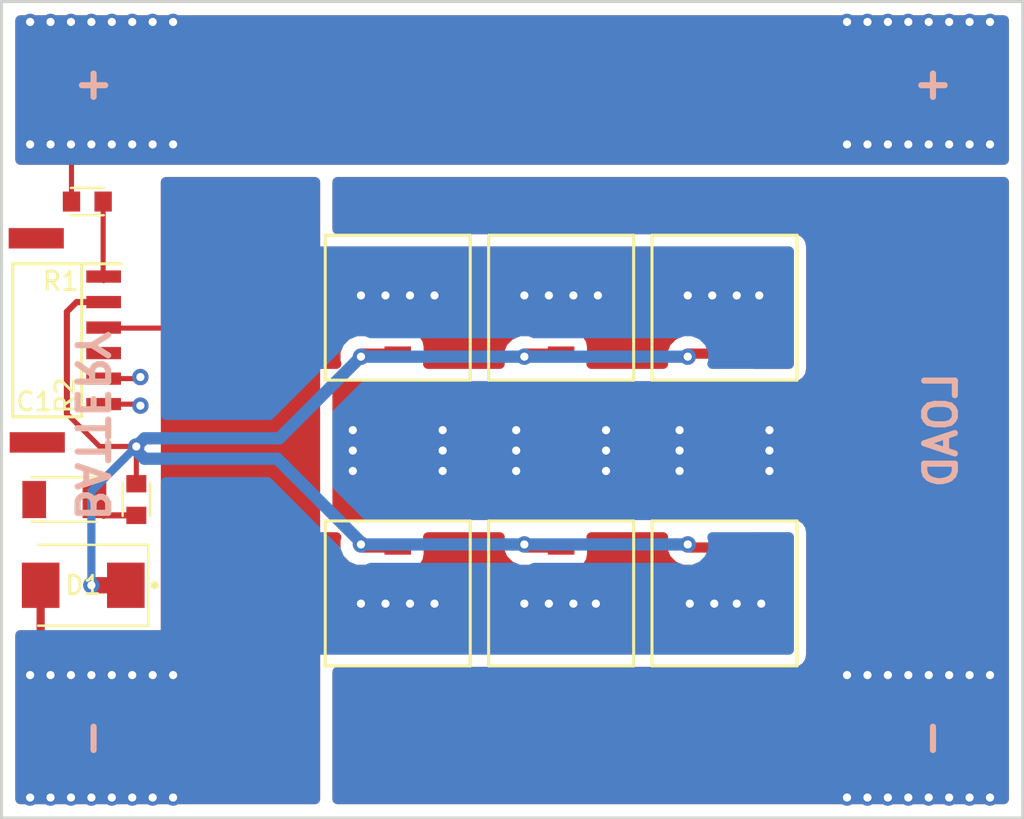
<source format=kicad_pcb>
(kicad_pcb (version 20170920) (host pcbnew no-vcs-found)

  (general
    (thickness 1.6)
    (drawings 17)
    (tracks 173)
    (zones 0)
    (modules 15)
    (nets 10)
  )

  (page A4)
  (title_block
    (title Antispark-circuit)
    (date 2017-09-28)
    (rev 1.0)
    (company "Scott Rapson")
    (comment 1 "Ensure heatsinks are installed on directFET packages")
    (comment 2 "Heatshrink or box for safety against contact shorts")
  )

  (layers
    (0 F.Cu signal)
    (31 B.Cu signal)
    (34 B.Paste user)
    (35 F.Paste user)
    (36 B.SilkS user)
    (37 F.SilkS user)
    (38 B.Mask user)
    (39 F.Mask user)
    (40 Dwgs.User user)
    (41 Cmts.User user)
    (44 Edge.Cuts user)
    (45 Margin user)
    (46 B.CrtYd user)
    (47 F.CrtYd user)
    (48 B.Fab user)
    (49 F.Fab user)
  )

  (setup
    (last_trace_width 0.25)
    (trace_clearance 0.2)
    (zone_clearance 0.6)
    (zone_45_only no)
    (trace_min 0.2)
    (segment_width 0.2)
    (edge_width 0.15)
    (via_size 0.8)
    (via_drill 0.4)
    (via_min_size 0.4)
    (via_min_drill 0.3)
    (uvia_size 0.3)
    (uvia_drill 0.1)
    (uvias_allowed no)
    (uvia_min_size 0.2)
    (uvia_min_drill 0.1)
    (pcb_text_width 0.3)
    (pcb_text_size 1.5 1.5)
    (mod_edge_width 0.15)
    (mod_text_size 0.9 0.9)
    (mod_text_width 0.14)
    (pad_size 5 8)
    (pad_drill 0)
    (pad_to_mask_clearance 0.2)
    (pad_to_paste_clearance_ratio -0.08)
    (aux_axis_origin 100 100)
    (grid_origin 100 100)
    (visible_elements FFFDFF7F)
    (pcbplotparams
      (layerselection 0x00030_ffffffff)
      (usegerberextensions false)
      (usegerberattributes true)
      (usegerberadvancedattributes true)
      (creategerberjobfile true)
      (excludeedgelayer true)
      (linewidth 0.100000)
      (plotframeref false)
      (viasonmask false)
      (mode 1)
      (useauxorigin false)
      (hpglpennumber 1)
      (hpglpenspeed 20)
      (hpglpendiameter 15)
      (psnegative false)
      (psa4output false)
      (plotreference true)
      (plotvalue true)
      (plotinvisibletext false)
      (padsonsilk false)
      (subtractmaskfromsilk false)
      (outputformat 1)
      (mirror false)
      (drillshape 1)
      (scaleselection 1)
      (outputdirectory ""))
  )

  (net 0 "")
  (net 1 GNDPWR)
  (net 2 "Net-(C1-Pad2)")
  (net 3 GATE)
  (net 4 +BATT)
  (net 5 SW_ON)
  (net 6 "Net-(P3-Pad4)")
  (net 7 SW_OFF)
  (net 8 "Net-(P3-Pad5)")
  (net 9 "Net-(P3-Pad6)")

  (net_class Default "This is the default net class."
    (clearance 0.2)
    (trace_width 0.25)
    (via_dia 0.8)
    (via_drill 0.4)
    (uvia_dia 0.3)
    (uvia_drill 0.1)
    (add_net +BATT)
    (add_net GATE)
    (add_net GNDPWR)
    (add_net "Net-(C1-Pad2)")
    (add_net "Net-(P3-Pad4)")
    (add_net "Net-(P3-Pad5)")
    (add_net "Net-(P3-Pad6)")
    (add_net SW_OFF)
    (add_net SW_ON)
  )

  (module Applidyne_Capacitor:CAPC3216X135N (layer F.Cu) (tedit 590C89CD) (tstamp 59CEFA1C)
    (at 103.075 124.4)
    (descr "Capacitor, Chip; 3.20 mm L X 1.60 mm W X 1.35 mm H body")
    (tags "smd chip CAPC3216X135N CAP")
    (path /59CC657D)
    (autoplace_cost90 10)
    (autoplace_cost180 10)
    (attr smd)
    (fp_text reference C1 (at -1.475 -4.8) (layer F.SilkS)
      (effects (font (size 0.9 0.9) (thickness 0.14)))
    )
    (fp_text value 1UF_X7R_3216M (at 0 0) (layer F.SilkS) hide
      (effects (font (size 0.9 0.9) (thickness 0.14)))
    )
    (fp_text user %R (at 0 0) (layer F.Fab)
      (effects (font (size 1.32 1.056) (thickness 0.13)))
    )
    (fp_circle (center 0 0) (end 0.25 0) (layer F.CrtYd) (width 0.05))
    (fp_line (start -1.7 0.9) (end -1.7 -0.9) (layer F.Fab) (width 0.12))
    (fp_line (start -1.7 -0.9) (end 1.7 -0.9) (layer F.Fab) (width 0.12))
    (fp_line (start 1.7 -0.9) (end 1.7 0.9) (layer F.Fab) (width 0.12))
    (fp_line (start 1.7 0.9) (end -1.7 0.9) (layer F.Fab) (width 0.12))
    (fp_line (start 1.6 -1.09) (end -1.6 -1.09) (layer F.SilkS) (width 0.12))
    (fp_line (start 1.6 1.09) (end -1.6 1.09) (layer F.SilkS) (width 0.12))
    (fp_line (start -2.31 1.16) (end -2.31 -1.16) (layer F.CrtYd) (width 0.05))
    (fp_line (start -2.31 -1.16) (end 2.31 -1.16) (layer F.CrtYd) (width 0.05))
    (fp_line (start 2.31 -1.16) (end 2.31 1.16) (layer F.CrtYd) (width 0.05))
    (fp_line (start 2.31 1.16) (end -2.31 1.16) (layer F.CrtYd) (width 0.05))
    (fp_line (start 0.35 0) (end -0.35 0) (layer F.CrtYd) (width 0.05))
    (fp_line (start 0 -0.35) (end 0 0.35) (layer F.CrtYd) (width 0.05))
    (pad 1 smd rect (at -1.475 0 180) (size 1.16 1.82) (layers F.Cu F.Paste F.Mask)
      (net 1 GNDPWR))
    (pad 2 smd rect (at 1.475 0 180) (size 1.16 1.82) (layers F.Cu F.Paste F.Mask)
      (net 2 "Net-(C1-Pad2)"))
    (model ${KISYS3DMOD}/appli_capacitor.3dshapes/CAPC3216X135.step
      (at (xyz 0 0 0))
      (scale (xyz 1 1 1))
      (rotate (xyz 0 0 0))
    )
  )

  (module Applidyne_SOD:SODFL5336X245N (layer F.Cu) (tedit 590C9893) (tstamp 59CEFA33)
    (at 104 128.6 180)
    (descr "Small Outline Diode Flat Lead (SODFL); 4.40 mm L X 3.625 mm W X 2.45 mm H body")
    (tags "smd chip SODFL5336X245N DIO")
    (path /59CCAAC6)
    (autoplace_cost90 10)
    (autoplace_cost180 10)
    (attr smd)
    (fp_text reference D1 (at 0 0 180) (layer F.SilkS)
      (effects (font (size 0.9 0.9) (thickness 0.14)))
    )
    (fp_text value 1SMB5927BT3G (at 0 0 180) (layer F.SilkS) hide
      (effects (font (size 0.9 0.9) (thickness 0.14)))
    )
    (fp_text user %R (at 0 0 180) (layer F.Fab)
      (effects (font (size 2 1.6) (thickness 0.2)))
    )
    (fp_circle (center 0 0) (end 0.25 0) (layer F.CrtYd) (width 0.05))
    (fp_circle (center -3.505 0) (end -3.405 0) (layer F.SilkS) (width 0.2))
    (fp_line (start -3.245 2.13) (end -3.245 -2.13) (layer F.CrtYd) (width 0.05))
    (fp_line (start -3.245 -2.13) (end 3.245 -2.13) (layer F.CrtYd) (width 0.05))
    (fp_line (start 3.245 -2.13) (end 3.245 2.13) (layer F.CrtYd) (width 0.05))
    (fp_line (start 3.245 2.13) (end -3.245 2.13) (layer F.CrtYd) (width 0.05))
    (fp_line (start 0.35 0) (end -0.35 0) (layer F.CrtYd) (width 0.05))
    (fp_line (start 0 -0.35) (end 0 0.35) (layer F.CrtYd) (width 0.05))
    (fp_line (start -2.38 1.98) (end -2.38 -0.71) (layer F.Fab) (width 0.12))
    (fp_line (start -2.38 -0.71) (end -1.11 -1.98) (layer F.Fab) (width 0.12))
    (fp_line (start -1.11 -1.98) (end 2.38 -1.98) (layer F.Fab) (width 0.12))
    (fp_line (start 2.38 -1.98) (end 2.38 1.98) (layer F.Fab) (width 0.12))
    (fp_line (start 2.38 1.98) (end -2.38 1.98) (layer F.Fab) (width 0.12))
    (fp_line (start 2.2 -1.98) (end -3.185 -1.98) (layer F.SilkS) (width 0.12))
    (fp_line (start -3.185 -1.98) (end -3.185 1.98) (layer F.SilkS) (width 0.12))
    (fp_line (start -3.185 1.98) (end 2.2 1.98) (layer F.SilkS) (width 0.12))
    (pad C smd rect (at -2.085 0) (size 1.84 2.22) (layers F.Cu F.Paste F.Mask)
      (net 3 GATE))
    (pad A smd rect (at 2.085 0) (size 1.84 2.22) (layers F.Cu F.Paste F.Mask)
      (net 7 SW_OFF))
    (model ${KISYS3DMOD}/appli_sod.3dshapes/DO-214AA.step
      (at (xyz 0.07874015748031496 0 0))
      (scale (xyz 1 1 1))
      (rotate (xyz 0 0 180))
    )
  )

  (module Applidyne_Connector:PAD_SOLDER_5mm (layer F.Cu) (tedit 59CC7766) (tstamp 59CEFA39)
    (at 105.2 103.6 90)
    (path /59CCBD32)
    (fp_text reference P1 (at 0 5 90) (layer F.SilkS) hide
      (effects (font (size 0.9 0.9) (thickness 0.14)))
    )
    (fp_text value PAD_SOLDER_5mm (at 0 -0.5 90) (layer F.Fab) hide
      (effects (font (size 0.9 0.9) (thickness 0.14)))
    )
    (fp_text user %R (at 0 0 90) (layer F.Fab)
      (effects (font (size 1 1) (thickness 0.15)))
    )
    (pad 1 smd rect (at -0.4 -0.2 90) (size 5 8) (layers F.Cu F.Paste F.Mask)
      (net 4 +BATT) (zone_connect 2))
  )

  (module Applidyne_Connector:PAD_SOLDER_5mm (layer F.Cu) (tedit 59CC776C) (tstamp 59CEFA3F)
    (at 105.2 136.4 90)
    (path /59CCBE64)
    (fp_text reference P2 (at 0 5 90) (layer F.SilkS) hide
      (effects (font (size 0.9 0.9) (thickness 0.14)))
    )
    (fp_text value PAD_SOLDER_5mm (at 0 -0.5 90) (layer F.Fab) hide
      (effects (font (size 0.9 0.9) (thickness 0.14)))
    )
    (fp_text user %R (at 0 0 90) (layer F.Fab)
      (effects (font (size 1 1) (thickness 0.15)))
    )
    (pad 1 smd rect (at 0.4 -0.2 90) (size 5 8) (layers F.Cu F.Paste F.Mask)
      (net 7 SW_OFF) (zone_connect 2))
  )

  (module Applidyne_Connector_JST:SM06B-GHS-TB (layer F.Cu) (tedit 59CC7881) (tstamp 59CEFA57)
    (at 105 116.6 270)
    (descr http://docs-asia.electrocomponents.com/webdocs/10ce/0900766b810cef18.pdf)
    (tags "JST GH 6")
    (path /59CC7DB5)
    (attr smd)
    (fp_text reference P3 (at 0 3 270) (layer F.SilkS) hide
      (effects (font (size 0.9 0.9) (thickness 0.14)))
    )
    (fp_text value JST_GH_6_RA (at 0 3.15 270) (layer F.Fab)
      (effects (font (size 0.9 0.9) (thickness 0.14)))
    )
    (fp_line (start -3.75 1.075) (end 3.75 1.075) (layer F.SilkS) (width 0.15))
    (fp_line (start -3.75 1.075) (end -3.75 4.45) (layer F.SilkS) (width 0.15))
    (fp_line (start 3.75 1.075) (end 3.75 4.45) (layer F.SilkS) (width 0.15))
    (fp_line (start -3.75 4.45) (end 3.75 4.45) (layer F.SilkS) (width 0.15))
    (fp_line (start -3.75 1.05) (end -3.75 -0.85) (layer F.SilkS) (width 0.15))
    (fp_line (start -3.75 -0.85) (end -3.75 -0.85) (layer F.SilkS) (width 0.15))
    (fp_line (start -3.75 4.45) (end 3.75 4.45) (layer F.Fab) (width 0.15))
    (fp_line (start 3.75 4.45) (end 3.75 1.05) (layer F.Fab) (width 0.15))
    (fp_line (start 3.75 1.05) (end -3 1.05) (layer F.Fab) (width 0.15))
    (fp_line (start -3.75 1.8) (end -3.75 4.45) (layer F.Fab) (width 0.15))
    (fp_line (start -3.75 1.8) (end -3 1.05) (layer F.Fab) (width 0.15))
    (fp_line (start -3 1.05) (end -3 1.05) (layer F.Fab) (width 0.15))
    (pad 1 smd rect (at -3.125 0 270) (size 0.6 1.7) (layers F.Cu F.Paste F.Mask)
      (net 5 SW_ON))
    (pad 2 smd rect (at -1.875 0 270) (size 0.6 1.7) (layers F.Cu F.Paste F.Mask)
      (net 3 GATE))
    (pad 3 smd rect (at -0.625 0 270) (size 0.6 1.7) (layers F.Cu F.Paste F.Mask)
      (net 7 SW_OFF))
    (pad 4 smd rect (at 0.625 0 270) (size 0.6 1.7) (layers F.Cu F.Paste F.Mask)
      (net 6 "Net-(P3-Pad4)"))
    (pad 5 smd rect (at 1.875 0 270) (size 0.6 1.7) (layers F.Cu F.Paste F.Mask)
      (net 8 "Net-(P3-Pad5)"))
    (pad 6 smd rect (at 3.125 0 270) (size 0.6 1.7) (layers F.Cu F.Paste F.Mask)
      (net 9 "Net-(P3-Pad6)"))
    (pad 0 smd rect (at -5 3.3 270) (size 1 2.7) (layers F.Cu F.Paste F.Mask))
    (pad 0 smd rect (at 5 3.25 270) (size 1 2.7) (layers F.Cu F.Paste F.Mask))
    (model ${KISYS3DMOD}/appli_connector_jst.3dshapes/SM06B-GHS-TB.step
      (at (xyz 0.2125984251968504 0 0))
      (scale (xyz 1 1 1))
      (rotate (xyz -90 0 0))
    )
  )

  (module Applidyne_Connector:PAD_SOLDER_5mm (layer F.Cu) (tedit 59CC7763) (tstamp 59CEFA5D)
    (at 145 103.4 90)
    (path /59CCC44D)
    (fp_text reference P4 (at 0 5 90) (layer F.SilkS) hide
      (effects (font (size 0.9 0.9) (thickness 0.14)))
    )
    (fp_text value PAD_SOLDER_5mm (at 0 -0.5 90) (layer F.Fab) hide
      (effects (font (size 0.9 0.9) (thickness 0.14)))
    )
    (fp_text user %R (at 0 0 90) (layer F.Fab)
      (effects (font (size 1 1) (thickness 0.15)))
    )
    (pad 1 smd rect (at -0.6 0 90) (size 5 8) (layers F.Cu F.Paste F.Mask)
      (net 4 +BATT) (zone_connect 2))
  )

  (module Applidyne_Connector:PAD_SOLDER_5mm (layer F.Cu) (tedit 59CC7769) (tstamp 59CEFA63)
    (at 145 136.6 90)
    (path /59CCC9CA)
    (fp_text reference P5 (at 0 5 90) (layer F.SilkS) hide
      (effects (font (size 0.9 0.9) (thickness 0.14)))
    )
    (fp_text value PAD_SOLDER_5mm (at 0 -0.5 90) (layer F.Fab) hide
      (effects (font (size 0.9 0.9) (thickness 0.14)))
    )
    (fp_text user %R (at 0 0 90) (layer F.Fab)
      (effects (font (size 1 1) (thickness 0.15)))
    )
    (pad 1 smd rect (at 0.6 0 90) (size 5 8) (layers F.Cu F.Paste F.Mask)
      (net 1 GNDPWR) (zone_connect 2))
  )

  (module Applidyne_Special:directFET_L8 (layer F.Cu) (tedit 59CC83E2) (tstamp 59CEFA7B)
    (at 119.4 115 90)
    (descr "IR-directFET, L8-Outline, Pads with Names,")
    (tags "IR-directFET, L8-Outline, Pads with Names,")
    (path /59CC6089)
    (zone_connect 2)
    (fp_text reference Q1 (at -6.2 0 180) (layer F.SilkS) hide
      (effects (font (size 0.9 0.9) (thickness 0.14)))
    )
    (fp_text value IRF7749L2 (at 0 5.99948 90) (layer F.Fab)
      (effects (font (size 0.9 0.9) (thickness 0.14)))
    )
    (fp_line (start -3.55092 3.55092) (end -3.55092 -3.55092) (layer F.SilkS) (width 0.15))
    (fp_line (start 3.55092 3.55092) (end -3.55092 3.55092) (layer F.SilkS) (width 0.15))
    (fp_line (start 3.55092 -3.55092) (end 3.55092 3.55092) (layer F.SilkS) (width 0.15))
    (fp_line (start -3.55092 -3.55092) (end 3.55092 -3.55092) (layer F.SilkS) (width 0.15))
    (fp_text user %R (at 0 0 90) (layer F.Fab)
      (effects (font (size 1 1) (thickness 0.15)))
    )
    (pad D smd rect (at 4.49834 -2.19964 90) (size 1.09982 1.69926) (layers F.Cu F.Paste F.Mask)
      (net 1 GNDPWR) (zone_connect 2))
    (pad D smd rect (at 4.49834 2.19964 90) (size 1.09982 1.69926) (layers F.Cu F.Paste F.Mask)
      (net 1 GNDPWR) (zone_connect 2))
    (pad D smd rect (at 4.49834 0 90) (size 1.09982 1.69926) (layers F.Cu F.Paste F.Mask)
      (net 1 GNDPWR) (zone_connect 2))
    (pad D smd rect (at -4.50088 2.19964 90) (size 1.09982 1.69926) (layers F.Cu F.Paste F.Mask)
      (net 1 GNDPWR) (zone_connect 2))
    (pad D smd rect (at -4.50088 -2.19964 90) (size 1.09982 1.69926) (layers F.Cu F.Paste F.Mask)
      (net 1 GNDPWR) (zone_connect 2))
    (pad D smd rect (at -4.50088 0 90) (size 1.09982 1.69926) (layers F.Cu F.Paste F.Mask)
      (net 1 GNDPWR) (zone_connect 2))
    (pad S smd rect (at 1.95072 1.72974 90) (size 1.09982 0.8509) (layers F.Cu F.Paste F.Mask)
      (net 7 SW_OFF) (zone_connect 2))
    (pad S smd rect (at -0.8509 1.72974 90) (size 1.09982 0.8509) (layers F.Cu F.Paste F.Mask)
      (net 7 SW_OFF) (zone_connect 2))
    (pad S smd rect (at 1.95072 -1.72974 90) (size 1.09982 0.8509) (layers F.Cu F.Paste F.Mask)
      (net 7 SW_OFF) (zone_connect 2))
    (pad S smd rect (at -0.8509 -1.72974 90) (size 1.09982 0.8509) (layers F.Cu F.Paste F.Mask)
      (net 7 SW_OFF) (zone_connect 2))
    (pad S smd rect (at 1.95072 -0.57912 90) (size 1.09982 0.8509) (layers F.Cu F.Paste F.Mask)
      (net 7 SW_OFF) (zone_connect 2))
    (pad S smd rect (at 1.95072 0.57912 90) (size 1.09982 0.8509) (layers F.Cu F.Paste F.Mask)
      (net 7 SW_OFF) (zone_connect 2))
    (pad S smd rect (at -0.8509 0.57912 90) (size 1.09982 0.8509) (layers F.Cu F.Paste F.Mask)
      (net 7 SW_OFF) (zone_connect 2))
    (pad S smd rect (at -0.8509 -0.57912 90) (size 1.09982 0.8509) (layers F.Cu F.Paste F.Mask)
      (net 7 SW_OFF) (zone_connect 2))
    (pad G smd rect (at -2.25044 0 90) (size 0.70104 1.30048) (layers F.Cu F.Paste F.Mask)
      (net 3 GATE) (zone_connect 2))
    (model IR-DirectFETs.3dshapes/IR-directFET_L8-Outline_Names.wrl
      (at (xyz 0 0 0))
      (scale (xyz 0.3937 0.3937 0.3937))
      (rotate (xyz 0 0 0))
    )
  )

  (module Applidyne_Special:directFET_L8 (layer F.Cu) (tedit 59CC83DC) (tstamp 59CEFA93)
    (at 127.4 115 90)
    (descr "IR-directFET, L8-Outline, Pads with Names,")
    (tags "IR-directFET, L8-Outline, Pads with Names,")
    (path /59CC70C4)
    (zone_connect 2)
    (fp_text reference Q2 (at -6.2 0 180) (layer F.SilkS) hide
      (effects (font (size 0.9 0.9) (thickness 0.14)))
    )
    (fp_text value IRF7749L2 (at 0 5.99948 90) (layer F.Fab)
      (effects (font (size 0.9 0.9) (thickness 0.14)))
    )
    (fp_line (start -3.55092 3.55092) (end -3.55092 -3.55092) (layer F.SilkS) (width 0.15))
    (fp_line (start 3.55092 3.55092) (end -3.55092 3.55092) (layer F.SilkS) (width 0.15))
    (fp_line (start 3.55092 -3.55092) (end 3.55092 3.55092) (layer F.SilkS) (width 0.15))
    (fp_line (start -3.55092 -3.55092) (end 3.55092 -3.55092) (layer F.SilkS) (width 0.15))
    (fp_text user %R (at 0 0 90) (layer F.Fab)
      (effects (font (size 1 1) (thickness 0.15)))
    )
    (pad D smd rect (at 4.49834 -2.19964 90) (size 1.09982 1.69926) (layers F.Cu F.Paste F.Mask)
      (net 1 GNDPWR) (zone_connect 2))
    (pad D smd rect (at 4.49834 2.19964 90) (size 1.09982 1.69926) (layers F.Cu F.Paste F.Mask)
      (net 1 GNDPWR) (zone_connect 2))
    (pad D smd rect (at 4.49834 0 90) (size 1.09982 1.69926) (layers F.Cu F.Paste F.Mask)
      (net 1 GNDPWR) (zone_connect 2))
    (pad D smd rect (at -4.50088 2.19964 90) (size 1.09982 1.69926) (layers F.Cu F.Paste F.Mask)
      (net 1 GNDPWR) (zone_connect 2))
    (pad D smd rect (at -4.50088 -2.19964 90) (size 1.09982 1.69926) (layers F.Cu F.Paste F.Mask)
      (net 1 GNDPWR) (zone_connect 2))
    (pad D smd rect (at -4.50088 0 90) (size 1.09982 1.69926) (layers F.Cu F.Paste F.Mask)
      (net 1 GNDPWR) (zone_connect 2))
    (pad S smd rect (at 1.95072 1.72974 90) (size 1.09982 0.8509) (layers F.Cu F.Paste F.Mask)
      (net 7 SW_OFF) (zone_connect 2))
    (pad S smd rect (at -0.8509 1.72974 90) (size 1.09982 0.8509) (layers F.Cu F.Paste F.Mask)
      (net 7 SW_OFF) (zone_connect 2))
    (pad S smd rect (at 1.95072 -1.72974 90) (size 1.09982 0.8509) (layers F.Cu F.Paste F.Mask)
      (net 7 SW_OFF) (zone_connect 2))
    (pad S smd rect (at -0.8509 -1.72974 90) (size 1.09982 0.8509) (layers F.Cu F.Paste F.Mask)
      (net 7 SW_OFF) (zone_connect 2))
    (pad S smd rect (at 1.95072 -0.57912 90) (size 1.09982 0.8509) (layers F.Cu F.Paste F.Mask)
      (net 7 SW_OFF) (zone_connect 2))
    (pad S smd rect (at 1.95072 0.57912 90) (size 1.09982 0.8509) (layers F.Cu F.Paste F.Mask)
      (net 7 SW_OFF) (zone_connect 2))
    (pad S smd rect (at -0.8509 0.57912 90) (size 1.09982 0.8509) (layers F.Cu F.Paste F.Mask)
      (net 7 SW_OFF) (zone_connect 2))
    (pad S smd rect (at -0.8509 -0.57912 90) (size 1.09982 0.8509) (layers F.Cu F.Paste F.Mask)
      (net 7 SW_OFF) (zone_connect 2))
    (pad G smd rect (at -2.25044 0 90) (size 0.70104 1.30048) (layers F.Cu F.Paste F.Mask)
      (net 3 GATE) (zone_connect 2))
    (model IR-DirectFETs.3dshapes/IR-directFET_L8-Outline_Names.wrl
      (at (xyz 0 0 0))
      (scale (xyz 0.3937 0.3937 0.3937))
      (rotate (xyz 0 0 0))
    )
  )

  (module Applidyne_Special:directFET_L8 (layer F.Cu) (tedit 59CC83D9) (tstamp 59CEFAAB)
    (at 135.4 115 90)
    (descr "IR-directFET, L8-Outline, Pads with Names,")
    (tags "IR-directFET, L8-Outline, Pads with Names,")
    (path /59CC71F4)
    (zone_connect 2)
    (fp_text reference Q3 (at -6.2 0 180) (layer F.SilkS) hide
      (effects (font (size 0.9 0.9) (thickness 0.14)))
    )
    (fp_text value IRF7749L2 (at 0 5.99948 90) (layer F.Fab)
      (effects (font (size 0.9 0.9) (thickness 0.14)))
    )
    (fp_line (start -3.55092 3.55092) (end -3.55092 -3.55092) (layer F.SilkS) (width 0.15))
    (fp_line (start 3.55092 3.55092) (end -3.55092 3.55092) (layer F.SilkS) (width 0.15))
    (fp_line (start 3.55092 -3.55092) (end 3.55092 3.55092) (layer F.SilkS) (width 0.15))
    (fp_line (start -3.55092 -3.55092) (end 3.55092 -3.55092) (layer F.SilkS) (width 0.15))
    (fp_text user %R (at 0 0 90) (layer F.Fab)
      (effects (font (size 1 1) (thickness 0.15)))
    )
    (pad D smd rect (at 4.49834 -2.19964 90) (size 1.09982 1.69926) (layers F.Cu F.Paste F.Mask)
      (net 1 GNDPWR) (zone_connect 2))
    (pad D smd rect (at 4.49834 2.19964 90) (size 1.09982 1.69926) (layers F.Cu F.Paste F.Mask)
      (net 1 GNDPWR) (zone_connect 2))
    (pad D smd rect (at 4.49834 0 90) (size 1.09982 1.69926) (layers F.Cu F.Paste F.Mask)
      (net 1 GNDPWR) (zone_connect 2))
    (pad D smd rect (at -4.50088 2.19964 90) (size 1.09982 1.69926) (layers F.Cu F.Paste F.Mask)
      (net 1 GNDPWR) (zone_connect 2))
    (pad D smd rect (at -4.50088 -2.19964 90) (size 1.09982 1.69926) (layers F.Cu F.Paste F.Mask)
      (net 1 GNDPWR) (zone_connect 2))
    (pad D smd rect (at -4.50088 0 90) (size 1.09982 1.69926) (layers F.Cu F.Paste F.Mask)
      (net 1 GNDPWR) (zone_connect 2))
    (pad S smd rect (at 1.95072 1.72974 90) (size 1.09982 0.8509) (layers F.Cu F.Paste F.Mask)
      (net 7 SW_OFF) (zone_connect 2))
    (pad S smd rect (at -0.8509 1.72974 90) (size 1.09982 0.8509) (layers F.Cu F.Paste F.Mask)
      (net 7 SW_OFF) (zone_connect 2))
    (pad S smd rect (at 1.95072 -1.72974 90) (size 1.09982 0.8509) (layers F.Cu F.Paste F.Mask)
      (net 7 SW_OFF) (zone_connect 2))
    (pad S smd rect (at -0.8509 -1.72974 90) (size 1.09982 0.8509) (layers F.Cu F.Paste F.Mask)
      (net 7 SW_OFF) (zone_connect 2))
    (pad S smd rect (at 1.95072 -0.57912 90) (size 1.09982 0.8509) (layers F.Cu F.Paste F.Mask)
      (net 7 SW_OFF) (zone_connect 2))
    (pad S smd rect (at 1.95072 0.57912 90) (size 1.09982 0.8509) (layers F.Cu F.Paste F.Mask)
      (net 7 SW_OFF) (zone_connect 2))
    (pad S smd rect (at -0.8509 0.57912 90) (size 1.09982 0.8509) (layers F.Cu F.Paste F.Mask)
      (net 7 SW_OFF) (zone_connect 2))
    (pad S smd rect (at -0.8509 -0.57912 90) (size 1.09982 0.8509) (layers F.Cu F.Paste F.Mask)
      (net 7 SW_OFF) (zone_connect 2))
    (pad G smd rect (at -2.25044 0 90) (size 0.70104 1.30048) (layers F.Cu F.Paste F.Mask)
      (net 3 GATE) (zone_connect 2))
    (model IR-DirectFETs.3dshapes/IR-directFET_L8-Outline_Names.wrl
      (at (xyz 0 0 0))
      (scale (xyz 0.3937 0.3937 0.3937))
      (rotate (xyz 0 0 0))
    )
  )

  (module Applidyne_Special:directFET_L8 (layer F.Cu) (tedit 59CC83E5) (tstamp 59CEFAC3)
    (at 119.4 129 270)
    (descr "IR-directFET, L8-Outline, Pads with Names,")
    (tags "IR-directFET, L8-Outline, Pads with Names,")
    (path /59CC7058)
    (zone_connect 2)
    (fp_text reference Q4 (at -6.2 0) (layer F.SilkS) hide
      (effects (font (size 0.9 0.9) (thickness 0.14)))
    )
    (fp_text value IRF7749L2 (at 0 5.99948 270) (layer F.Fab)
      (effects (font (size 0.9 0.9) (thickness 0.14)))
    )
    (fp_text user %R (at 0 0 270) (layer F.Fab)
      (effects (font (size 1 1) (thickness 0.15)))
    )
    (fp_line (start -3.55092 -3.55092) (end 3.55092 -3.55092) (layer F.SilkS) (width 0.15))
    (fp_line (start 3.55092 -3.55092) (end 3.55092 3.55092) (layer F.SilkS) (width 0.15))
    (fp_line (start 3.55092 3.55092) (end -3.55092 3.55092) (layer F.SilkS) (width 0.15))
    (fp_line (start -3.55092 3.55092) (end -3.55092 -3.55092) (layer F.SilkS) (width 0.15))
    (pad G smd rect (at -2.25044 0 270) (size 0.70104 1.30048) (layers F.Cu F.Paste F.Mask)
      (net 3 GATE) (zone_connect 2))
    (pad S smd rect (at -0.8509 -0.57912 270) (size 1.09982 0.8509) (layers F.Cu F.Paste F.Mask)
      (net 7 SW_OFF) (zone_connect 2))
    (pad S smd rect (at -0.8509 0.57912 270) (size 1.09982 0.8509) (layers F.Cu F.Paste F.Mask)
      (net 7 SW_OFF) (zone_connect 2))
    (pad S smd rect (at 1.95072 0.57912 270) (size 1.09982 0.8509) (layers F.Cu F.Paste F.Mask)
      (net 7 SW_OFF) (zone_connect 2))
    (pad S smd rect (at 1.95072 -0.57912 270) (size 1.09982 0.8509) (layers F.Cu F.Paste F.Mask)
      (net 7 SW_OFF) (zone_connect 2))
    (pad S smd rect (at -0.8509 -1.72974 270) (size 1.09982 0.8509) (layers F.Cu F.Paste F.Mask)
      (net 7 SW_OFF) (zone_connect 2))
    (pad S smd rect (at 1.95072 -1.72974 270) (size 1.09982 0.8509) (layers F.Cu F.Paste F.Mask)
      (net 7 SW_OFF) (zone_connect 2))
    (pad S smd rect (at -0.8509 1.72974 270) (size 1.09982 0.8509) (layers F.Cu F.Paste F.Mask)
      (net 7 SW_OFF) (zone_connect 2))
    (pad S smd rect (at 1.95072 1.72974 270) (size 1.09982 0.8509) (layers F.Cu F.Paste F.Mask)
      (net 7 SW_OFF) (zone_connect 2))
    (pad D smd rect (at -4.50088 0 270) (size 1.09982 1.69926) (layers F.Cu F.Paste F.Mask)
      (net 1 GNDPWR) (zone_connect 2))
    (pad D smd rect (at -4.50088 -2.19964 270) (size 1.09982 1.69926) (layers F.Cu F.Paste F.Mask)
      (net 1 GNDPWR) (zone_connect 2))
    (pad D smd rect (at -4.50088 2.19964 270) (size 1.09982 1.69926) (layers F.Cu F.Paste F.Mask)
      (net 1 GNDPWR) (zone_connect 2))
    (pad D smd rect (at 4.49834 0 270) (size 1.09982 1.69926) (layers F.Cu F.Paste F.Mask)
      (net 1 GNDPWR) (zone_connect 2))
    (pad D smd rect (at 4.49834 2.19964 270) (size 1.09982 1.69926) (layers F.Cu F.Paste F.Mask)
      (net 1 GNDPWR) (zone_connect 2))
    (pad D smd rect (at 4.49834 -2.19964 270) (size 1.09982 1.69926) (layers F.Cu F.Paste F.Mask)
      (net 1 GNDPWR) (zone_connect 2))
    (model IR-DirectFETs.3dshapes/IR-directFET_L8-Outline_Names.wrl
      (at (xyz 0 0 0))
      (scale (xyz 0.3937 0.3937 0.3937))
      (rotate (xyz 0 0 0))
    )
  )

  (module Applidyne_Special:directFET_L8 (layer F.Cu) (tedit 59CC83DF) (tstamp 59CEFADB)
    (at 127.4 129 270)
    (descr "IR-directFET, L8-Outline, Pads with Names,")
    (tags "IR-directFET, L8-Outline, Pads with Names,")
    (path /59CC70E3)
    (zone_connect 2)
    (fp_text reference Q5 (at -6.2 0) (layer F.SilkS) hide
      (effects (font (size 0.9 0.9) (thickness 0.14)))
    )
    (fp_text value IRF7749L2 (at 0 5.99948 270) (layer F.Fab)
      (effects (font (size 0.9 0.9) (thickness 0.14)))
    )
    (fp_text user %R (at 0 0 270) (layer F.Fab)
      (effects (font (size 1 1) (thickness 0.15)))
    )
    (fp_line (start -3.55092 -3.55092) (end 3.55092 -3.55092) (layer F.SilkS) (width 0.15))
    (fp_line (start 3.55092 -3.55092) (end 3.55092 3.55092) (layer F.SilkS) (width 0.15))
    (fp_line (start 3.55092 3.55092) (end -3.55092 3.55092) (layer F.SilkS) (width 0.15))
    (fp_line (start -3.55092 3.55092) (end -3.55092 -3.55092) (layer F.SilkS) (width 0.15))
    (pad G smd rect (at -2.25044 0 270) (size 0.70104 1.30048) (layers F.Cu F.Paste F.Mask)
      (net 3 GATE) (zone_connect 2))
    (pad S smd rect (at -0.8509 -0.57912 270) (size 1.09982 0.8509) (layers F.Cu F.Paste F.Mask)
      (net 7 SW_OFF) (zone_connect 2))
    (pad S smd rect (at -0.8509 0.57912 270) (size 1.09982 0.8509) (layers F.Cu F.Paste F.Mask)
      (net 7 SW_OFF) (zone_connect 2))
    (pad S smd rect (at 1.95072 0.57912 270) (size 1.09982 0.8509) (layers F.Cu F.Paste F.Mask)
      (net 7 SW_OFF) (zone_connect 2))
    (pad S smd rect (at 1.95072 -0.57912 270) (size 1.09982 0.8509) (layers F.Cu F.Paste F.Mask)
      (net 7 SW_OFF) (zone_connect 2))
    (pad S smd rect (at -0.8509 -1.72974 270) (size 1.09982 0.8509) (layers F.Cu F.Paste F.Mask)
      (net 7 SW_OFF) (zone_connect 2))
    (pad S smd rect (at 1.95072 -1.72974 270) (size 1.09982 0.8509) (layers F.Cu F.Paste F.Mask)
      (net 7 SW_OFF) (zone_connect 2))
    (pad S smd rect (at -0.8509 1.72974 270) (size 1.09982 0.8509) (layers F.Cu F.Paste F.Mask)
      (net 7 SW_OFF) (zone_connect 2))
    (pad S smd rect (at 1.95072 1.72974 270) (size 1.09982 0.8509) (layers F.Cu F.Paste F.Mask)
      (net 7 SW_OFF) (zone_connect 2))
    (pad D smd rect (at -4.50088 0 270) (size 1.09982 1.69926) (layers F.Cu F.Paste F.Mask)
      (net 1 GNDPWR) (zone_connect 2))
    (pad D smd rect (at -4.50088 -2.19964 270) (size 1.09982 1.69926) (layers F.Cu F.Paste F.Mask)
      (net 1 GNDPWR) (zone_connect 2))
    (pad D smd rect (at -4.50088 2.19964 270) (size 1.09982 1.69926) (layers F.Cu F.Paste F.Mask)
      (net 1 GNDPWR) (zone_connect 2))
    (pad D smd rect (at 4.49834 0 270) (size 1.09982 1.69926) (layers F.Cu F.Paste F.Mask)
      (net 1 GNDPWR) (zone_connect 2))
    (pad D smd rect (at 4.49834 2.19964 270) (size 1.09982 1.69926) (layers F.Cu F.Paste F.Mask)
      (net 1 GNDPWR) (zone_connect 2))
    (pad D smd rect (at 4.49834 -2.19964 270) (size 1.09982 1.69926) (layers F.Cu F.Paste F.Mask)
      (net 1 GNDPWR) (zone_connect 2))
    (model IR-DirectFETs.3dshapes/IR-directFET_L8-Outline_Names.wrl
      (at (xyz 0 0 0))
      (scale (xyz 0.3937 0.3937 0.3937))
      (rotate (xyz 0 0 0))
    )
  )

  (module Applidyne_Special:directFET_L8 (layer F.Cu) (tedit 59CC83D7) (tstamp 59CEFAF3)
    (at 135.4 129 270)
    (descr "IR-directFET, L8-Outline, Pads with Names,")
    (tags "IR-directFET, L8-Outline, Pads with Names,")
    (path /59CC7213)
    (zone_connect 2)
    (fp_text reference Q6 (at -6.2 0) (layer F.SilkS) hide
      (effects (font (size 0.9 0.9) (thickness 0.14)))
    )
    (fp_text value IRF7749L2 (at 0 5.99948 270) (layer F.Fab)
      (effects (font (size 0.9 0.9) (thickness 0.14)))
    )
    (fp_text user %R (at 0 0 270) (layer F.Fab)
      (effects (font (size 1 1) (thickness 0.15)))
    )
    (fp_line (start -3.55092 -3.55092) (end 3.55092 -3.55092) (layer F.SilkS) (width 0.15))
    (fp_line (start 3.55092 -3.55092) (end 3.55092 3.55092) (layer F.SilkS) (width 0.15))
    (fp_line (start 3.55092 3.55092) (end -3.55092 3.55092) (layer F.SilkS) (width 0.15))
    (fp_line (start -3.55092 3.55092) (end -3.55092 -3.55092) (layer F.SilkS) (width 0.15))
    (pad G smd rect (at -2.25044 0 270) (size 0.70104 1.30048) (layers F.Cu F.Paste F.Mask)
      (net 3 GATE) (zone_connect 2))
    (pad S smd rect (at -0.8509 -0.57912 270) (size 1.09982 0.8509) (layers F.Cu F.Paste F.Mask)
      (net 7 SW_OFF) (zone_connect 2))
    (pad S smd rect (at -0.8509 0.57912 270) (size 1.09982 0.8509) (layers F.Cu F.Paste F.Mask)
      (net 7 SW_OFF) (zone_connect 2))
    (pad S smd rect (at 1.95072 0.57912 270) (size 1.09982 0.8509) (layers F.Cu F.Paste F.Mask)
      (net 7 SW_OFF) (zone_connect 2))
    (pad S smd rect (at 1.95072 -0.57912 270) (size 1.09982 0.8509) (layers F.Cu F.Paste F.Mask)
      (net 7 SW_OFF) (zone_connect 2))
    (pad S smd rect (at -0.8509 -1.72974 270) (size 1.09982 0.8509) (layers F.Cu F.Paste F.Mask)
      (net 7 SW_OFF) (zone_connect 2))
    (pad S smd rect (at 1.95072 -1.72974 270) (size 1.09982 0.8509) (layers F.Cu F.Paste F.Mask)
      (net 7 SW_OFF) (zone_connect 2))
    (pad S smd rect (at -0.8509 1.72974 270) (size 1.09982 0.8509) (layers F.Cu F.Paste F.Mask)
      (net 7 SW_OFF) (zone_connect 2))
    (pad S smd rect (at 1.95072 1.72974 270) (size 1.09982 0.8509) (layers F.Cu F.Paste F.Mask)
      (net 7 SW_OFF) (zone_connect 2))
    (pad D smd rect (at -4.50088 0 270) (size 1.09982 1.69926) (layers F.Cu F.Paste F.Mask)
      (net 1 GNDPWR) (zone_connect 2))
    (pad D smd rect (at -4.50088 -2.19964 270) (size 1.09982 1.69926) (layers F.Cu F.Paste F.Mask)
      (net 1 GNDPWR) (zone_connect 2))
    (pad D smd rect (at -4.50088 2.19964 270) (size 1.09982 1.69926) (layers F.Cu F.Paste F.Mask)
      (net 1 GNDPWR) (zone_connect 2))
    (pad D smd rect (at 4.49834 0 270) (size 1.09982 1.69926) (layers F.Cu F.Paste F.Mask)
      (net 1 GNDPWR) (zone_connect 2))
    (pad D smd rect (at 4.49834 2.19964 270) (size 1.09982 1.69926) (layers F.Cu F.Paste F.Mask)
      (net 1 GNDPWR) (zone_connect 2))
    (pad D smd rect (at 4.49834 -2.19964 270) (size 1.09982 1.69926) (layers F.Cu F.Paste F.Mask)
      (net 1 GNDPWR) (zone_connect 2))
    (model IR-DirectFETs.3dshapes/IR-directFET_L8-Outline_Names.wrl
      (at (xyz 0 0 0))
      (scale (xyz 0.3937 0.3937 0.3937))
      (rotate (xyz 0 0 0))
    )
  )

  (module Applidyne_Resistor:RESC1608X50N (layer F.Cu) (tedit 590C8C91) (tstamp 59CEFB07)
    (at 104.2 109.8)
    (descr "Resistor, Chip; 1.60 mm L X 0.85 mm W X 0.50 mm H body")
    (tags "smd chip RESC1608X50N RES")
    (path /59CC676F)
    (autoplace_cost90 10)
    (autoplace_cost180 10)
    (attr smd)
    (fp_text reference R1 (at -1.3 3.9) (layer F.SilkS)
      (effects (font (size 0.9 0.9) (thickness 0.14)))
    )
    (fp_text value 1M_1608M (at 0 0) (layer F.SilkS) hide
      (effects (font (size 0.9 0.9) (thickness 0.14)))
    )
    (fp_text user %R (at 0 0) (layer F.Fab)
      (effects (font (size 0.5 0.4) (thickness 0.05)))
    )
    (fp_circle (center 0 0) (end 0.25 0) (layer F.CrtYd) (width 0.05))
    (fp_line (start -0.83 0.48) (end -0.83 -0.48) (layer F.Fab) (width 0.12))
    (fp_line (start -0.83 -0.48) (end 0.83 -0.48) (layer F.Fab) (width 0.12))
    (fp_line (start 0.83 -0.48) (end 0.83 0.48) (layer F.Fab) (width 0.12))
    (fp_line (start 0.83 0.48) (end -0.83 0.48) (layer F.Fab) (width 0.12))
    (fp_line (start 0.8 -0.67) (end -0.8 -0.67) (layer F.SilkS) (width 0.12))
    (fp_line (start 0.8 0.67) (end -0.8 0.67) (layer F.SilkS) (width 0.12))
    (fp_line (start -1.45 0.74) (end -1.45 -0.74) (layer F.CrtYd) (width 0.05))
    (fp_line (start -1.45 -0.74) (end 1.45 -0.74) (layer F.CrtYd) (width 0.05))
    (fp_line (start 1.45 -0.74) (end 1.45 0.74) (layer F.CrtYd) (width 0.05))
    (fp_line (start 1.45 0.74) (end -1.45 0.74) (layer F.CrtYd) (width 0.05))
    (fp_line (start 0.35 0) (end -0.35 0) (layer F.CrtYd) (width 0.05))
    (fp_line (start 0 -0.35) (end 0 0.35) (layer F.CrtYd) (width 0.05))
    (pad 1 smd rect (at -0.775 0 180) (size 0.85 0.98) (layers F.Cu F.Paste F.Mask)
      (net 4 +BATT))
    (pad 2 smd rect (at 0.775 0 180) (size 0.85 0.98) (layers F.Cu F.Paste F.Mask)
      (net 5 SW_ON))
    (model ${KISYS3DMOD}/appli_resistor.3dshapes/RESC1608X50.step
      (at (xyz 0 0 0))
      (scale (xyz 1 1 1))
      (rotate (xyz 0 0 0))
    )
  )

  (module Applidyne_Resistor:RESC1608X50N (layer F.Cu) (tedit 590C8C91) (tstamp 59CEFB1B)
    (at 106.6 124.4 90)
    (descr "Resistor, Chip; 1.60 mm L X 0.85 mm W X 0.50 mm H body")
    (tags "smd chip RESC1608X50N RES")
    (path /59CC6A36)
    (autoplace_cost90 10)
    (autoplace_cost180 10)
    (attr smd)
    (fp_text reference R2 (at 5.1 -3.5 90) (layer F.SilkS)
      (effects (font (size 0.9 0.9) (thickness 0.14)))
    )
    (fp_text value 1K00_1608M (at 0 0 90) (layer F.SilkS) hide
      (effects (font (size 0.9 0.9) (thickness 0.14)))
    )
    (fp_line (start 0 -0.35) (end 0 0.35) (layer F.CrtYd) (width 0.05))
    (fp_line (start 0.35 0) (end -0.35 0) (layer F.CrtYd) (width 0.05))
    (fp_line (start 1.45 0.74) (end -1.45 0.74) (layer F.CrtYd) (width 0.05))
    (fp_line (start 1.45 -0.74) (end 1.45 0.74) (layer F.CrtYd) (width 0.05))
    (fp_line (start -1.45 -0.74) (end 1.45 -0.74) (layer F.CrtYd) (width 0.05))
    (fp_line (start -1.45 0.74) (end -1.45 -0.74) (layer F.CrtYd) (width 0.05))
    (fp_line (start 0.8 0.67) (end -0.8 0.67) (layer F.SilkS) (width 0.12))
    (fp_line (start 0.8 -0.67) (end -0.8 -0.67) (layer F.SilkS) (width 0.12))
    (fp_line (start 0.83 0.48) (end -0.83 0.48) (layer F.Fab) (width 0.12))
    (fp_line (start 0.83 -0.48) (end 0.83 0.48) (layer F.Fab) (width 0.12))
    (fp_line (start -0.83 -0.48) (end 0.83 -0.48) (layer F.Fab) (width 0.12))
    (fp_line (start -0.83 0.48) (end -0.83 -0.48) (layer F.Fab) (width 0.12))
    (fp_circle (center 0 0) (end 0.25 0) (layer F.CrtYd) (width 0.05))
    (fp_text user %R (at 0 0 90) (layer F.Fab)
      (effects (font (size 0.5 0.4) (thickness 0.05)))
    )
    (pad 2 smd rect (at 0.775 0 270) (size 0.85 0.98) (layers F.Cu F.Paste F.Mask)
      (net 3 GATE))
    (pad 1 smd rect (at -0.775 0 270) (size 0.85 0.98) (layers F.Cu F.Paste F.Mask)
      (net 2 "Net-(C1-Pad2)"))
    (model ${KISYS3DMOD}/appli_resistor.3dshapes/RESC1608X50.step
      (at (xyz 0 0 0))
      (scale (xyz 1 1 1))
      (rotate (xyz 0 0 0))
    )
  )

  (gr_text - (at 145.5 136.1 90) (layer B.SilkS) (tstamp 59CF216F)
    (effects (font (size 1.5 1.5) (thickness 0.3)))
  )
  (gr_text + (at 104.4 104.1 90) (layer B.SilkS) (tstamp 59CF216E)
    (effects (font (size 1.5 1.5) (thickness 0.3)))
  )
  (gr_text + (at 145.5 104.1 90) (layer B.SilkS) (tstamp 59CF216D)
    (effects (font (size 1.5 1.5) (thickness 0.3)))
  )
  (gr_text - (at 104.4 136.1 90) (layer B.SilkS) (tstamp 59CF216C)
    (effects (font (size 1.5 1.5) (thickness 0.3)))
  )
  (gr_text BATTERY (at 104.4 120.8 270) (layer B.SilkS) (tstamp 59CF214B)
    (effects (font (size 1.5 1.5) (thickness 0.3)) (justify mirror))
  )
  (gr_text LOAD (at 146 121 90) (layer B.SilkS) (tstamp 59CF2147)
    (effects (font (size 1.5 1.5) (thickness 0.3)) (justify mirror))
  )
  (gr_text "ANTI-SPARK SWITCH\n60V | 300A | V1.0" (at 127.3 137.1) (layer F.Mask) (tstamp 59CF1E1B)
    (effects (font (size 1 1) (thickness 0.15)))
  )
  (gr_text BATTERY (at 112.2 121 90) (layer F.Mask) (tstamp 59CF1771)
    (effects (font (size 1.5 1.5) (thickness 0.3)))
  )
  (gr_text LOAD (at 146 121 90) (layer F.Mask) (tstamp 59CF1767)
    (effects (font (size 1.5 1.5) (thickness 0.3)))
  )
  (gr_text + (at 138.2 104 90) (layer F.Mask) (tstamp 59CF175D)
    (effects (font (size 1.5 1.5) (thickness 0.3)))
  )
  (gr_text - (at 138.2 136 90) (layer F.Mask) (tstamp 59CF175C)
    (effects (font (size 1.5 1.5) (thickness 0.3)))
  )
  (gr_text + (at 111 104 90) (layer F.Mask) (tstamp 59CF1754)
    (effects (font (size 1.5 1.5) (thickness 0.3)))
  )
  (gr_text - (at 111 136 90) (layer F.Mask)
    (effects (font (size 1.5 1.5) (thickness 0.3)))
  )
  (gr_line (start 150 140) (end 150 100) (layer Edge.Cuts) (width 0.15))
  (gr_line (start 100 140) (end 150 140) (layer Edge.Cuts) (width 0.15))
  (gr_line (start 100 100) (end 100 140) (layer Edge.Cuts) (width 0.15))
  (gr_line (start 100 100) (end 150 100) (layer Edge.Cuts) (width 0.15))

  (via (at 133.2 121) (size 0.8) (drill 0.4) (layers F.Cu B.Cu) (net 1) (tstamp 59CF1E00))
  (via (at 137.6 123) (size 0.8) (drill 0.4) (layers F.Cu B.Cu) (net 1) (tstamp 59CF1DFF))
  (via (at 137.6 122) (size 0.8) (drill 0.4) (layers F.Cu B.Cu) (net 1) (tstamp 59CF1DFE))
  (via (at 137.6 121) (size 0.8) (drill 0.4) (layers F.Cu B.Cu) (net 1) (tstamp 59CF1DFD))
  (via (at 133.2 123) (size 0.8) (drill 0.4) (layers F.Cu B.Cu) (net 1) (tstamp 59CF1DFC))
  (via (at 133.2 122) (size 0.8) (drill 0.4) (layers F.Cu B.Cu) (net 1) (tstamp 59CF1DFB))
  (via (at 129.6 123) (size 0.8) (drill 0.4) (layers F.Cu B.Cu) (net 1) (tstamp 59CF1DF4))
  (via (at 125.2 121) (size 0.8) (drill 0.4) (layers F.Cu B.Cu) (net 1) (tstamp 59CF1DF3))
  (via (at 125.2 122) (size 0.8) (drill 0.4) (layers F.Cu B.Cu) (net 1) (tstamp 59CF1DF2))
  (via (at 129.6 121) (size 0.8) (drill 0.4) (layers F.Cu B.Cu) (net 1) (tstamp 59CF1DF1))
  (via (at 125.2 123) (size 0.8) (drill 0.4) (layers F.Cu B.Cu) (net 1) (tstamp 59CF1DF0))
  (via (at 129.6 122) (size 0.8) (drill 0.4) (layers F.Cu B.Cu) (net 1) (tstamp 59CF1DEF))
  (via (at 117.2 123) (size 0.8) (drill 0.4) (layers F.Cu B.Cu) (net 1) (tstamp 59CF1DDF))
  (via (at 117.2 121) (size 0.8) (drill 0.4) (layers F.Cu B.Cu) (net 1) (tstamp 59CF1DDE))
  (via (at 117.2 122) (size 0.8) (drill 0.4) (layers F.Cu B.Cu) (net 1) (tstamp 59CF1DDD))
  (via (at 121.6 122) (size 0.8) (drill 0.4) (layers F.Cu B.Cu) (net 1))
  (via (at 121.6 121) (size 0.8) (drill 0.4) (layers F.Cu B.Cu) (net 1))
  (via (at 121.6 123) (size 0.8) (drill 0.4) (layers F.Cu B.Cu) (net 1))
  (via (at 148.4 133) (size 0.8) (drill 0.4) (layers F.Cu B.Cu) (net 1))
  (via (at 147.4 133) (size 0.8) (drill 0.4) (layers F.Cu B.Cu) (net 1))
  (via (at 146.4 133) (size 0.8) (drill 0.4) (layers F.Cu B.Cu) (net 1))
  (via (at 145.4 133) (size 0.8) (drill 0.4) (layers F.Cu B.Cu) (net 1))
  (via (at 144.4 133) (size 0.8) (drill 0.4) (layers F.Cu B.Cu) (net 1))
  (via (at 143.4 133) (size 0.8) (drill 0.4) (layers F.Cu B.Cu) (net 1))
  (via (at 142.4 133) (size 0.8) (drill 0.4) (layers F.Cu B.Cu) (net 1))
  (via (at 141.4 133) (size 0.8) (drill 0.4) (layers F.Cu B.Cu) (net 1))
  (via (at 148.4 139) (size 0.8) (drill 0.4) (layers F.Cu B.Cu) (net 1))
  (via (at 147.4 139) (size 0.8) (drill 0.4) (layers F.Cu B.Cu) (net 1))
  (via (at 146.4 139) (size 0.8) (drill 0.4) (layers F.Cu B.Cu) (net 1))
  (via (at 145.4 139) (size 0.8) (drill 0.4) (layers F.Cu B.Cu) (net 1))
  (via (at 144.4 139) (size 0.8) (drill 0.4) (layers F.Cu B.Cu) (net 1))
  (via (at 143.4 139) (size 0.8) (drill 0.4) (layers F.Cu B.Cu) (net 1))
  (via (at 142.4 139) (size 0.8) (drill 0.4) (layers F.Cu B.Cu) (net 1))
  (via (at 141.4 139) (size 0.8) (drill 0.4) (layers F.Cu B.Cu) (net 1))
  (segment (start 106.6 125.175) (end 105.025 125.175) (width 0.3) (layer F.Cu) (net 2))
  (segment (start 105.025 125.175) (end 105 125.2) (width 0.25) (layer F.Cu) (net 2))
  (segment (start 105 125.2) (end 105 124.85) (width 0.3) (layer F.Cu) (net 2))
  (segment (start 105 124.85) (end 104.55 124.4) (width 0.3) (layer F.Cu) (net 2))
  (segment (start 106.6 121.8) (end 104.8 121.8) (width 0.25) (layer F.Cu) (net 3))
  (segment (start 104.8 121.8) (end 103.2 120.2) (width 0.25) (layer F.Cu) (net 3))
  (segment (start 106.6 123.625) (end 106.6 121.8) (width 0.25) (layer F.Cu) (net 3))
  (segment (start 104.4 128.6) (end 104.4 124) (width 0.4) (layer B.Cu) (net 3))
  (segment (start 104.4 124) (end 106.6 121.8) (width 0.4) (layer B.Cu) (net 3))
  (segment (start 117.6 126.6) (end 117.6 126.5) (width 0.25) (layer B.Cu) (net 3))
  (segment (start 117.6 126.5) (end 113.5 122.4) (width 0.6) (layer B.Cu) (net 3))
  (segment (start 113.5 122.4) (end 107 122.4) (width 0.6) (layer B.Cu) (net 3))
  (segment (start 107 122.4) (end 106.6 122) (width 0.6) (layer B.Cu) (net 3))
  (segment (start 106.6 122) (end 106.6 121.8) (width 0.25) (layer B.Cu) (net 3))
  (segment (start 107.3 121.4) (end 107 121.4) (width 0.6) (layer B.Cu) (net 3))
  (segment (start 107 121.4) (end 106.6 121.8) (width 0.6) (layer B.Cu) (net 3))
  (via (at 106.6 121.8) (size 0.8) (drill 0.4) (layers F.Cu B.Cu) (net 3))
  (segment (start 113.6 121.4) (end 107.3 121.4) (width 0.6) (layer B.Cu) (net 3))
  (segment (start 117.6 117.4) (end 113.6 121.4) (width 0.6) (layer B.Cu) (net 3))
  (segment (start 125.6 126.6) (end 125.034315 126.6) (width 0.6) (layer B.Cu) (net 3))
  (segment (start 125.034315 126.6) (end 117.6 126.6) (width 0.6) (layer B.Cu) (net 3))
  (segment (start 133.6 126.6) (end 133.034315 126.6) (width 0.6) (layer B.Cu) (net 3))
  (segment (start 133.034315 126.6) (end 125.6 126.6) (width 0.6) (layer B.Cu) (net 3))
  (segment (start 125.6 117.4) (end 117.6 117.4) (width 0.6) (layer B.Cu) (net 3))
  (segment (start 133.6 117.4) (end 125.6 117.4) (width 0.6) (layer B.Cu) (net 3))
  (segment (start 106.085 128.6) (end 104.4 128.6) (width 0.8) (layer F.Cu) (net 3))
  (via (at 104.4 128.6) (size 0.8) (drill 0.4) (layers F.Cu B.Cu) (net 3))
  (segment (start 106.6 123.625) (end 106.6 123.6) (width 0.25) (layer F.Cu) (net 3))
  (segment (start 103.2 120.2) (end 103.2 115.2) (width 0.3) (layer F.Cu) (net 3))
  (segment (start 103.2 115.2) (end 103.675 114.725) (width 0.3) (layer F.Cu) (net 3))
  (segment (start 103.675 114.725) (end 105 114.725) (width 0.3) (layer F.Cu) (net 3))
  (segment (start 135.4 126.74956) (end 133.74956 126.74956) (width 0.5) (layer F.Cu) (net 3))
  (segment (start 133.74956 126.74956) (end 133.6 126.6) (width 0.5) (layer F.Cu) (net 3))
  (via (at 133.6 126.6) (size 0.8) (drill 0.4) (layers F.Cu B.Cu) (net 3))
  (segment (start 127.4 126.74956) (end 125.74956 126.74956) (width 0.5) (layer F.Cu) (net 3))
  (via (at 125.6 126.6) (size 0.8) (drill 0.4) (layers F.Cu B.Cu) (net 3))
  (segment (start 125.74956 126.74956) (end 125.6 126.6) (width 0.5) (layer F.Cu) (net 3))
  (segment (start 119.4 126.74956) (end 117.74956 126.74956) (width 0.5) (layer F.Cu) (net 3))
  (segment (start 117.74956 126.74956) (end 117.6 126.6) (width 0.5) (layer F.Cu) (net 3))
  (via (at 117.6 126.6) (size 0.8) (drill 0.4) (layers F.Cu B.Cu) (net 3))
  (segment (start 135.4 117.25044) (end 133.74956 117.25044) (width 0.5) (layer F.Cu) (net 3))
  (segment (start 133.74956 117.25044) (end 133.6 117.4) (width 0.5) (layer F.Cu) (net 3))
  (via (at 133.6 117.4) (size 0.8) (drill 0.4) (layers F.Cu B.Cu) (net 3))
  (segment (start 127.4 117.25044) (end 125.74956 117.25044) (width 0.5) (layer F.Cu) (net 3))
  (segment (start 125.74956 117.25044) (end 125.6 117.4) (width 0.5) (layer F.Cu) (net 3))
  (via (at 125.6 117.4) (size 0.8) (drill 0.4) (layers F.Cu B.Cu) (net 3))
  (segment (start 119.4 117.25044) (end 117.74956 117.25044) (width 0.5) (layer F.Cu) (net 3))
  (segment (start 117.74956 117.25044) (end 117.6 117.4) (width 0.5) (layer F.Cu) (net 3))
  (via (at 117.6 117.4) (size 0.8) (drill 0.4) (layers F.Cu B.Cu) (net 3))
  (segment (start 105 119.725) (end 106.725 119.725) (width 0.25) (layer F.Cu) (net 9))
  (segment (start 106.725 119.725) (end 106.8 119.8) (width 0.25) (layer F.Cu) (net 9))
  (via (at 106.8 119.8) (size 0.8) (drill 0.4) (layers F.Cu B.Cu) (net 9))
  (segment (start 103.425 109.8) (end 103.425 107.025) (width 0.25) (layer F.Cu) (net 4))
  (segment (start 103.425 107.025) (end 103.4 107) (width 0.25) (layer F.Cu) (net 4))
  (via (at 103.4 107) (size 0.8) (drill 0.4) (layers F.Cu B.Cu) (net 4))
  (via (at 143.4 107) (size 0.8) (drill 0.4) (layers F.Cu B.Cu) (net 4))
  (via (at 148.4 107) (size 0.8) (drill 0.4) (layers F.Cu B.Cu) (net 4) (tstamp 59CF1D14))
  (via (at 141.4 107) (size 0.8) (drill 0.4) (layers F.Cu B.Cu) (net 4) (tstamp 59CF1D13))
  (via (at 141.4 101) (size 0.8) (drill 0.4) (layers F.Cu B.Cu) (net 4) (tstamp 59CF1D12))
  (via (at 146.4 101) (size 0.8) (drill 0.4) (layers F.Cu B.Cu) (net 4) (tstamp 59CF1D11))
  (via (at 143.4 101) (size 0.8) (drill 0.4) (layers F.Cu B.Cu) (net 4) (tstamp 59CF1D10))
  (via (at 148.4 101) (size 0.8) (drill 0.4) (layers F.Cu B.Cu) (net 4) (tstamp 59CF1D0F))
  (via (at 142.4 101) (size 0.8) (drill 0.4) (layers F.Cu B.Cu) (net 4) (tstamp 59CF1D0E))
  (via (at 145.4 101) (size 0.8) (drill 0.4) (layers F.Cu B.Cu) (net 4) (tstamp 59CF1D0D))
  (via (at 142.4 107) (size 0.8) (drill 0.4) (layers F.Cu B.Cu) (net 4) (tstamp 59CF1D0B))
  (via (at 145.4 107) (size 0.8) (drill 0.4) (layers F.Cu B.Cu) (net 4) (tstamp 59CF1D0A))
  (via (at 147.4 107) (size 0.8) (drill 0.4) (layers F.Cu B.Cu) (net 4) (tstamp 59CF1D09))
  (via (at 147.4 101) (size 0.8) (drill 0.4) (layers F.Cu B.Cu) (net 4) (tstamp 59CF1D08))
  (via (at 146.4 107) (size 0.8) (drill 0.4) (layers F.Cu B.Cu) (net 4) (tstamp 59CF1D07))
  (via (at 144.4 101) (size 0.8) (drill 0.4) (layers F.Cu B.Cu) (net 4) (tstamp 59CF1D06))
  (via (at 144.4 107) (size 0.8) (drill 0.4) (layers F.Cu B.Cu) (net 4) (tstamp 59CF1D05))
  (via (at 108.4 107) (size 0.8) (drill 0.4) (layers F.Cu B.Cu) (net 4))
  (via (at 107.4 107) (size 0.8) (drill 0.4) (layers F.Cu B.Cu) (net 4))
  (via (at 106.4 107) (size 0.8) (drill 0.4) (layers F.Cu B.Cu) (net 4))
  (via (at 105.4 107) (size 0.8) (drill 0.4) (layers F.Cu B.Cu) (net 4))
  (via (at 104.4 107) (size 0.8) (drill 0.4) (layers F.Cu B.Cu) (net 4))
  (via (at 102.4 107) (size 0.8) (drill 0.4) (layers F.Cu B.Cu) (net 4))
  (via (at 101.4 107) (size 0.8) (drill 0.4) (layers F.Cu B.Cu) (net 4))
  (via (at 108.4 101) (size 0.8) (drill 0.4) (layers F.Cu B.Cu) (net 4))
  (via (at 107.4 101) (size 0.8) (drill 0.4) (layers F.Cu B.Cu) (net 4))
  (via (at 106.4 101) (size 0.8) (drill 0.4) (layers F.Cu B.Cu) (net 4))
  (via (at 105.4 101) (size 0.8) (drill 0.4) (layers F.Cu B.Cu) (net 4))
  (via (at 104.4 101) (size 0.8) (drill 0.4) (layers F.Cu B.Cu) (net 4))
  (via (at 103.4 101) (size 0.8) (drill 0.4) (layers F.Cu B.Cu) (net 4))
  (via (at 102.4 101) (size 0.8) (drill 0.4) (layers F.Cu B.Cu) (net 4))
  (via (at 101.4 101) (size 0.8) (drill 0.4) (layers F.Cu B.Cu) (net 4))
  (segment (start 103.425 105.575) (end 105 104) (width 0.25) (layer F.Cu) (net 4))
  (segment (start 104.975 109.8) (end 104.975 113.45) (width 0.25) (layer F.Cu) (net 5))
  (segment (start 104.975 113.45) (end 105 113.475) (width 0.25) (layer F.Cu) (net 5))
  (segment (start 104.975 113.65) (end 105 113.675) (width 0.25) (layer F.Cu) (net 5))
  (segment (start 105 118.475) (end 106.725 118.475) (width 0.25) (layer F.Cu) (net 8))
  (segment (start 106.725 118.475) (end 106.8 118.4) (width 0.25) (layer F.Cu) (net 8))
  (via (at 106.8 118.4) (size 0.8) (drill 0.4) (layers F.Cu B.Cu) (net 8))
  (via (at 137.1 114.4) (size 0.8) (drill 0.4) (layers F.Cu B.Cu) (net 7))
  (via (at 136 114.4) (size 0.8) (drill 0.4) (layers F.Cu B.Cu) (net 7))
  (via (at 134.8 114.4) (size 0.8) (drill 0.4) (layers F.Cu B.Cu) (net 7))
  (via (at 133.6 114.4) (size 0.8) (drill 0.4) (layers F.Cu B.Cu) (net 7))
  (via (at 129.2 114.4) (size 0.8) (drill 0.4) (layers F.Cu B.Cu) (net 7))
  (via (at 128 114.4) (size 0.8) (drill 0.4) (layers F.Cu B.Cu) (net 7))
  (via (at 126.8 114.4) (size 0.8) (drill 0.4) (layers F.Cu B.Cu) (net 7))
  (via (at 125.6 114.4) (size 0.8) (drill 0.4) (layers F.Cu B.Cu) (net 7))
  (via (at 121.2 114.4) (size 0.8) (drill 0.4) (layers F.Cu B.Cu) (net 7))
  (via (at 120 114.4) (size 0.8) (drill 0.4) (layers F.Cu B.Cu) (net 7))
  (via (at 118.8 114.4) (size 0.8) (drill 0.4) (layers F.Cu B.Cu) (net 7))
  (via (at 117.6 114.4) (size 0.8) (drill 0.4) (layers F.Cu B.Cu) (net 7))
  (via (at 137.2 129.5) (size 0.8) (drill 0.4) (layers F.Cu B.Cu) (net 7))
  (via (at 136 129.5) (size 0.8) (drill 0.4) (layers F.Cu B.Cu) (net 7))
  (via (at 134.9 129.5) (size 0.8) (drill 0.4) (layers F.Cu B.Cu) (net 7))
  (via (at 133.7 129.5) (size 0.8) (drill 0.4) (layers F.Cu B.Cu) (net 7))
  (via (at 129.1 129.5) (size 0.8) (drill 0.4) (layers F.Cu B.Cu) (net 7))
  (via (at 128 129.5) (size 0.8) (drill 0.4) (layers F.Cu B.Cu) (net 7))
  (via (at 126.8 129.5) (size 0.8) (drill 0.4) (layers F.Cu B.Cu) (net 7))
  (via (at 125.6 129.5) (size 0.8) (drill 0.4) (layers F.Cu B.Cu) (net 7))
  (via (at 121.2 129.5) (size 0.8) (drill 0.4) (layers F.Cu B.Cu) (net 7))
  (via (at 120 129.5) (size 0.8) (drill 0.4) (layers F.Cu B.Cu) (net 7))
  (via (at 118.8 129.5) (size 0.8) (drill 0.4) (layers F.Cu B.Cu) (net 7))
  (via (at 117.6 129.5) (size 0.8) (drill 0.4) (layers F.Cu B.Cu) (net 7))
  (via (at 108.4 133) (size 0.8) (drill 0.4) (layers F.Cu B.Cu) (net 7))
  (via (at 107.4 133) (size 0.8) (drill 0.4) (layers F.Cu B.Cu) (net 7))
  (via (at 106.4 133) (size 0.8) (drill 0.4) (layers F.Cu B.Cu) (net 7))
  (via (at 105.4 133) (size 0.8) (drill 0.4) (layers F.Cu B.Cu) (net 7))
  (via (at 104.4 133) (size 0.8) (drill 0.4) (layers F.Cu B.Cu) (net 7))
  (via (at 103.4 133) (size 0.8) (drill 0.4) (layers F.Cu B.Cu) (net 7))
  (via (at 102.4 133) (size 0.8) (drill 0.4) (layers F.Cu B.Cu) (net 7))
  (via (at 101.4 133) (size 0.8) (drill 0.4) (layers F.Cu B.Cu) (net 7))
  (via (at 108.4 139) (size 0.8) (drill 0.4) (layers F.Cu B.Cu) (net 7))
  (via (at 107.4 139) (size 0.8) (drill 0.4) (layers F.Cu B.Cu) (net 7))
  (via (at 106.4 139) (size 0.8) (drill 0.4) (layers F.Cu B.Cu) (net 7))
  (via (at 105.4 139) (size 0.8) (drill 0.4) (layers F.Cu B.Cu) (net 7))
  (via (at 104.4 139) (size 0.8) (drill 0.4) (layers F.Cu B.Cu) (net 7))
  (via (at 103.4 139) (size 0.8) (drill 0.4) (layers F.Cu B.Cu) (net 7))
  (via (at 102.4 139) (size 0.8) (drill 0.4) (layers F.Cu B.Cu) (net 7))
  (via (at 101.4 139) (size 0.8) (drill 0.4) (layers F.Cu B.Cu) (net 7))
  (segment (start 105 115.975) (end 105.575 115.975) (width 0.25) (layer F.Cu) (net 7))
  (segment (start 116.2 116) (end 116.3491 115.8509) (width 0.25) (layer F.Cu) (net 7))
  (segment (start 105.575 115.975) (end 105.6 116) (width 0.25) (layer F.Cu) (net 7))
  (segment (start 105.6 116) (end 116.2 116) (width 0.25) (layer F.Cu) (net 7))
  (segment (start 116.3491 115.8509) (end 117.67026 115.8509) (width 0.25) (layer F.Cu) (net 7))
  (segment (start 101.915 128.6) (end 101.915 132.915) (width 0.4) (layer F.Cu) (net 7))

  (zone (net 4) (net_name +BATT) (layer F.Cu) (tstamp 0) (hatch edge 0.508)
    (priority 2)
    (connect_pads (clearance 0.6))
    (min_thickness 0.5)
    (fill yes (arc_segments 16) (thermal_gap 1) (thermal_bridge_width 1))
    (polygon
      (pts
        (xy 100 100) (xy 100 108) (xy 150 108) (xy 150 100)
      )
    )
    (filled_polygon
      (pts
        (xy 149.075 107.75) (xy 100.925 107.75) (xy 100.925 100.925) (xy 149.075 100.925)
      )
    )
  )
  (zone (net 1) (net_name GNDPWR) (layer F.Cu) (tstamp 0) (hatch edge 0.508)
    (connect_pads (clearance 0.6))
    (min_thickness 0.5)
    (fill yes (arc_segments 16) (thermal_gap 1) (thermal_bridge_width 1))
    (polygon
      (pts
        (xy 150 140) (xy 115.8 140) (xy 115.8 132.2) (xy 139 132.2) (xy 139 125.8)
        (xy 115.8 125.8) (xy 115.8 118.2) (xy 139 118.2) (xy 139 111.8) (xy 115.8 111.8)
        (xy 115.8 108.4) (xy 150 108.4)
      )
    )
    (filled_polygon
      (pts
        (xy 149.075 139.075) (xy 116.45 139.075) (xy 116.45 132.85) (xy 138.8 132.85) (xy 139.125281 132.785298)
        (xy 139.401041 132.601041) (xy 139.585298 132.325281) (xy 139.65 132) (xy 139.65 126) (xy 139.585298 125.674719)
        (xy 139.401041 125.398959) (xy 139.125281 125.214702) (xy 138.8 125.15) (xy 116.45 125.15) (xy 116.45 118.85)
        (xy 138.8 118.85) (xy 139.125281 118.785298) (xy 139.401041 118.601041) (xy 139.585298 118.325281) (xy 139.65 118)
        (xy 139.65 112) (xy 139.585298 111.674719) (xy 139.401041 111.398959) (xy 139.125281 111.214702) (xy 138.8 111.15)
        (xy 116.45 111.15) (xy 116.45 108.85) (xy 149.075 108.85)
      )
    )
  )
  (zone (net 7) (net_name SW_OFF) (layer F.Cu) (tstamp 0) (hatch edge 0.508)
    (priority 1)
    (connect_pads (clearance 0.6))
    (min_thickness 0.5)
    (fill yes (arc_segments 16) (thermal_gap 1) (thermal_bridge_width 1))
    (polygon
      (pts
        (xy 138.8 126) (xy 138.8 132) (xy 115.6 132) (xy 115.6 140) (xy 100 140)
        (xy 100 130.8) (xy 107.8 130.8) (xy 107.8 108.4) (xy 115.6 108.4) (xy 115.6 112)
        (xy 138.8 112) (xy 138.8 118) (xy 115.6 118) (xy 115.6 126)
      )
    )
    (filled_polygon
      (pts
        (xy 115.35 112) (xy 115.36903 112.095671) (xy 115.423223 112.176777) (xy 115.504329 112.23097) (xy 115.6 112.25)
        (xy 138.55 112.25) (xy 138.55 117.75) (xy 136.887246 117.75) (xy 136.916892 117.60096) (xy 136.916892 116.89992)
        (xy 136.850922 116.568267) (xy 136.663056 116.287104) (xy 136.381893 116.099238) (xy 136.05024 116.033268) (xy 134.74976 116.033268)
        (xy 134.418107 116.099238) (xy 134.341477 116.15044) (xy 133.850268 116.15044) (xy 133.849731 116.150217) (xy 133.35245 116.149783)
        (xy 132.892857 116.339684) (xy 132.540919 116.691007) (xy 132.350217 117.150269) (xy 132.349783 117.64755) (xy 132.392115 117.75)
        (xy 128.887246 117.75) (xy 128.916892 117.60096) (xy 128.916892 116.89992) (xy 128.850922 116.568267) (xy 128.663056 116.287104)
        (xy 128.381893 116.099238) (xy 128.05024 116.033268) (xy 126.74976 116.033268) (xy 126.418107 116.099238) (xy 126.341477 116.15044)
        (xy 125.850268 116.15044) (xy 125.849731 116.150217) (xy 125.35245 116.149783) (xy 124.892857 116.339684) (xy 124.540919 116.691007)
        (xy 124.350217 117.150269) (xy 124.349783 117.64755) (xy 124.392115 117.75) (xy 120.887246 117.75) (xy 120.916892 117.60096)
        (xy 120.916892 116.89992) (xy 120.850922 116.568267) (xy 120.663056 116.287104) (xy 120.381893 116.099238) (xy 120.05024 116.033268)
        (xy 118.74976 116.033268) (xy 118.418107 116.099238) (xy 118.341477 116.15044) (xy 117.850268 116.15044) (xy 117.849731 116.150217)
        (xy 117.35245 116.149783) (xy 116.892857 116.339684) (xy 116.540919 116.691007) (xy 116.350217 117.150269) (xy 116.349783 117.64755)
        (xy 116.392115 117.75) (xy 115.6 117.75) (xy 115.504329 117.76903) (xy 115.423223 117.823223) (xy 115.36903 117.904329)
        (xy 115.35 118) (xy 115.35 126) (xy 115.36903 126.095671) (xy 115.423223 126.176777) (xy 115.504329 126.23097)
        (xy 115.6 126.25) (xy 116.391852 126.25) (xy 116.350217 126.350269) (xy 116.349783 126.84755) (xy 116.539684 127.307143)
        (xy 116.891007 127.659081) (xy 117.350269 127.849783) (xy 117.84755 127.850217) (xy 117.84914 127.84956) (xy 118.341477 127.84956)
        (xy 118.418107 127.900762) (xy 118.74976 127.966732) (xy 120.05024 127.966732) (xy 120.381893 127.900762) (xy 120.663056 127.712896)
        (xy 120.850922 127.431733) (xy 120.916892 127.10008) (xy 120.916892 126.39904) (xy 120.887246 126.25) (xy 124.391852 126.25)
        (xy 124.350217 126.350269) (xy 124.349783 126.84755) (xy 124.539684 127.307143) (xy 124.891007 127.659081) (xy 125.350269 127.849783)
        (xy 125.84755 127.850217) (xy 125.84914 127.84956) (xy 126.341477 127.84956) (xy 126.418107 127.900762) (xy 126.74976 127.966732)
        (xy 128.05024 127.966732) (xy 128.381893 127.900762) (xy 128.663056 127.712896) (xy 128.850922 127.431733) (xy 128.916892 127.10008)
        (xy 128.916892 126.39904) (xy 128.887246 126.25) (xy 132.391852 126.25) (xy 132.350217 126.350269) (xy 132.349783 126.84755)
        (xy 132.539684 127.307143) (xy 132.891007 127.659081) (xy 133.350269 127.849783) (xy 133.84755 127.850217) (xy 133.84914 127.84956)
        (xy 134.341477 127.84956) (xy 134.418107 127.900762) (xy 134.74976 127.966732) (xy 136.05024 127.966732) (xy 136.381893 127.900762)
        (xy 136.663056 127.712896) (xy 136.850922 127.431733) (xy 136.916892 127.10008) (xy 136.916892 126.39904) (xy 136.887246 126.25)
        (xy 138.55 126.25) (xy 138.55 131.75) (xy 115.6 131.75) (xy 115.504329 131.76903) (xy 115.423223 131.823223)
        (xy 115.36903 131.904329) (xy 115.35 132) (xy 115.35 139.075) (xy 100.925 139.075) (xy 100.925 131.05)
        (xy 107.8 131.05) (xy 107.895671 131.03097) (xy 107.976777 130.976777) (xy 108.03097 130.895671) (xy 108.05 130.8)
        (xy 108.05 119.801091) (xy 108.050217 119.55245) (xy 108.05 119.551925) (xy 108.05 118.401091) (xy 108.050217 118.15245)
        (xy 108.05 118.151925) (xy 108.05 108.85) (xy 115.35 108.85)
      )
    )
  )
  (zone (net 4) (net_name +BATT) (layer B.Cu) (tstamp 59CF1CCF) (hatch edge 0.508)
    (priority 2)
    (connect_pads (clearance 0.6))
    (min_thickness 0.5)
    (fill yes (arc_segments 16) (thermal_gap 1) (thermal_bridge_width 1))
    (polygon
      (pts
        (xy 100 100) (xy 100 108) (xy 150 108) (xy 150 100)
      )
    )
    (filled_polygon
      (pts
        (xy 149.075 107.75) (xy 100.925 107.75) (xy 100.925 100.925) (xy 149.075 100.925)
      )
    )
  )
  (zone (net 1) (net_name GNDPWR) (layer B.Cu) (tstamp 59CF1D5E) (hatch edge 0.508)
    (connect_pads (clearance 0.6))
    (min_thickness 0.5)
    (fill yes (arc_segments 16) (thermal_gap 1) (thermal_bridge_width 1))
    (polygon
      (pts
        (xy 150 140) (xy 115.8 140) (xy 115.8 132.2) (xy 139 132.2) (xy 139 125.8)
        (xy 115.8 125.8) (xy 115.8 118.2) (xy 139 118.2) (xy 139 111.8) (xy 115.8 111.8)
        (xy 115.8 108.4) (xy 150 108.4)
      )
    )
    (filled_polygon
      (pts
        (xy 149.075 139.075) (xy 116.45 139.075) (xy 116.45 132.85) (xy 138.8 132.85) (xy 139.125281 132.785298)
        (xy 139.401041 132.601041) (xy 139.585298 132.325281) (xy 139.65 132) (xy 139.65 126) (xy 139.585298 125.674719)
        (xy 139.401041 125.398959) (xy 139.125281 125.214702) (xy 138.8 125.15) (xy 117.876346 125.15) (xy 116.45 123.723654)
        (xy 116.45 120.176346) (xy 117.776346 118.85) (xy 138.8 118.85) (xy 139.125281 118.785298) (xy 139.401041 118.601041)
        (xy 139.585298 118.325281) (xy 139.65 118) (xy 139.65 112) (xy 139.585298 111.674719) (xy 139.401041 111.398959)
        (xy 139.125281 111.214702) (xy 138.8 111.15) (xy 116.45 111.15) (xy 116.45 108.85) (xy 149.075 108.85)
      )
    )
  )
  (zone (net 7) (net_name SW_OFF) (layer B.Cu) (tstamp 59CF1D7E) (hatch edge 0.508)
    (priority 1)
    (connect_pads (clearance 0.6))
    (min_thickness 0.5)
    (fill yes (arc_segments 16) (thermal_gap 1) (thermal_bridge_width 1))
    (polygon
      (pts
        (xy 138.8 126) (xy 138.8 132) (xy 115.6 132) (xy 115.6 140) (xy 100 140)
        (xy 100 130.8) (xy 107.8 130.8) (xy 107.8 108.4) (xy 115.6 108.4) (xy 115.6 112)
        (xy 138.8 112) (xy 138.8 118) (xy 115.6 118) (xy 115.6 126)
      )
    )
    (filled_polygon
      (pts
        (xy 115.35 125.876346) (xy 115.35 126) (xy 115.36903 126.095671) (xy 115.423223 126.176777) (xy 115.504329 126.23097)
        (xy 115.6 126.25) (xy 115.723654 126.25) (xy 116.369907 126.896253) (xy 116.539684 127.307143) (xy 116.891007 127.659081)
        (xy 117.350269 127.849783) (xy 117.84755 127.850217) (xy 118.090092 127.75) (xy 125.109965 127.75) (xy 125.350269 127.849783)
        (xy 125.84755 127.850217) (xy 126.090092 127.75) (xy 133.109965 127.75) (xy 133.350269 127.849783) (xy 133.84755 127.850217)
        (xy 134.307143 127.660316) (xy 134.659081 127.308993) (xy 134.849783 126.849731) (xy 134.850217 126.35245) (xy 134.807885 126.25)
        (xy 138.55 126.25) (xy 138.55 131.75) (xy 115.6 131.75) (xy 115.504329 131.76903) (xy 115.423223 131.823223)
        (xy 115.36903 131.904329) (xy 115.35 132) (xy 115.35 139.075) (xy 100.925 139.075) (xy 100.925 131.05)
        (xy 107.8 131.05) (xy 107.895671 131.03097) (xy 107.976777 130.976777) (xy 108.03097 130.895671) (xy 108.05 130.8)
        (xy 108.05 123.55) (xy 113.023654 123.55)
      )
    )
    (filled_polygon
      (pts
        (xy 115.35 112) (xy 115.36903 112.095671) (xy 115.423223 112.176777) (xy 115.504329 112.23097) (xy 115.6 112.25)
        (xy 138.55 112.25) (xy 138.55 117.75) (xy 134.808148 117.75) (xy 134.849783 117.649731) (xy 134.850217 117.15245)
        (xy 134.660316 116.692857) (xy 134.308993 116.340919) (xy 133.849731 116.150217) (xy 133.35245 116.149783) (xy 133.109908 116.25)
        (xy 126.090035 116.25) (xy 125.849731 116.150217) (xy 125.35245 116.149783) (xy 125.109908 116.25) (xy 118.090035 116.25)
        (xy 117.849731 116.150217) (xy 117.35245 116.149783) (xy 116.892857 116.339684) (xy 116.540919 116.691007) (xy 116.440279 116.933375)
        (xy 115.623654 117.75) (xy 115.6 117.75) (xy 115.504329 117.76903) (xy 115.423223 117.823223) (xy 115.36903 117.904329)
        (xy 115.35 118) (xy 115.35 118.023654) (xy 113.123654 120.25) (xy 108.05 120.25) (xy 108.05 119.801091)
        (xy 108.050217 119.55245) (xy 108.05 119.551925) (xy 108.05 118.401091) (xy 108.050217 118.15245) (xy 108.05 118.151925)
        (xy 108.05 108.85) (xy 115.35 108.85)
      )
    )
  )
)

</source>
